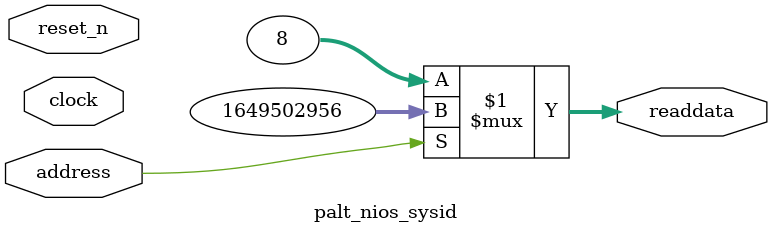
<source format=v>

`timescale 1ns / 1ps
// synthesis translate_on

// turn off superfluous verilog processor warnings 
// altera message_level Level1 
// altera message_off 10034 10035 10036 10037 10230 10240 10030 

module palt_nios_sysid (
               // inputs:
                address,
                clock,
                reset_n,

               // outputs:
                readdata
             )
;

  output  [ 31: 0] readdata;
  input            address;
  input            clock;
  input            reset_n;

  wire    [ 31: 0] readdata;
  //control_slave, which is an e_avalon_slave
  assign readdata = address ? 1649502956 : 8;

endmodule




</source>
